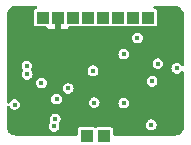
<source format=gbr>
%TF.GenerationSoftware,KiCad,Pcbnew,8.0.1-8.0.1-1~ubuntu22.04.1*%
%TF.CreationDate,2024-03-29T12:48:33+00:00*%
%TF.ProjectId,EMG_INA331,454d475f-494e-4413-9333-312e6b696361,1.0*%
%TF.SameCoordinates,Original*%
%TF.FileFunction,Copper,L2,Inr*%
%TF.FilePolarity,Positive*%
%FSLAX46Y46*%
G04 Gerber Fmt 4.6, Leading zero omitted, Abs format (unit mm)*
G04 Created by KiCad (PCBNEW 8.0.1-8.0.1-1~ubuntu22.04.1) date 2024-03-29 12:48:33*
%MOMM*%
%LPD*%
G01*
G04 APERTURE LIST*
%TA.AperFunction,ComponentPad*%
%ADD10R,1.000000X1.000000*%
%TD*%
%TA.AperFunction,ViaPad*%
%ADD11C,0.400000*%
%TD*%
G04 APERTURE END LIST*
D10*
%TO.N,/MISO*%
%TO.C,J4*%
X29365000Y-30000000D03*
%TD*%
%TO.N,/SCLK*%
%TO.C,J6*%
X31905000Y-30000000D03*
%TD*%
%TO.N,+3.3V*%
%TO.C,J1*%
X25555000Y-30000000D03*
%TD*%
%TO.N,GND*%
%TO.C,J2*%
X26825000Y-30000000D03*
%TD*%
%TO.N,/CSB*%
%TO.C,J7*%
X33175000Y-30000000D03*
%TD*%
%TO.N,unconnected-(J3-Pin_1-Pad1)*%
%TO.C,J3*%
X28095000Y-30000000D03*
%TD*%
%TO.N,/PROB-*%
%TO.C,J9*%
X30750000Y-40000000D03*
%TD*%
%TO.N,/PROB+*%
%TO.C,J10*%
X29250000Y-40000000D03*
%TD*%
%TO.N,/MOSI*%
%TO.C,J5*%
X30635000Y-30000000D03*
%TD*%
%TO.N,/extRef*%
%TO.C,J8*%
X34445000Y-30000000D03*
%TD*%
D11*
%TO.N,/OUT1*%
X35300000Y-33900000D03*
%TO.N,GND*%
X35800000Y-35000000D03*
%TO.N,/ADC2*%
X34800000Y-35400000D03*
%TO.N,/REF*%
X27700000Y-36000000D03*
%TO.N,Net-(U2--IN)*%
X26710000Y-36910000D03*
%TO.N,GND*%
X27100000Y-34300000D03*
X34200000Y-33400000D03*
X34600000Y-37236500D03*
X25600000Y-36500000D03*
X24900000Y-32300000D03*
X30400000Y-34000000D03*
%TO.N,+3.3V*%
X36900000Y-34300000D03*
%TO.N,+3.3VA*%
X24208600Y-34100000D03*
%TO.N,/CSB*%
X33560000Y-31730000D03*
%TO.N,Vref*%
X29800000Y-34500000D03*
X29900000Y-37200000D03*
%TO.N,Net-(U4--IN)*%
X32400000Y-37250000D03*
%TO.N,Net-(U5-R)*%
X32400000Y-33100000D03*
%TO.N,Net-(U1-GS)*%
X23170000Y-37370000D03*
%TO.N,/IN+*%
X26500000Y-39200000D03*
%TO.N,/IN-*%
X26600000Y-38583500D03*
%TO.N,/REF*%
X25432900Y-35532100D03*
%TO.N,/OUT_INA*%
X24225000Y-34811700D03*
%TO.N,/OUT1*%
X34727550Y-39072450D03*
%TD*%
%TA.AperFunction,Conductor*%
%TO.N,GND*%
G36*
X25039905Y-29030185D02*
G01*
X25085660Y-29082989D01*
X25095604Y-29152147D01*
X25066579Y-29215703D01*
X25007801Y-29253477D01*
X24997057Y-29256117D01*
X24957264Y-29264032D01*
X24957260Y-29264033D01*
X24874399Y-29319399D01*
X24819033Y-29402260D01*
X24819032Y-29402264D01*
X24804500Y-29475321D01*
X24804500Y-30524678D01*
X24819032Y-30597735D01*
X24819033Y-30597739D01*
X24819034Y-30597740D01*
X24874399Y-30680601D01*
X24952387Y-30732710D01*
X24957260Y-30735966D01*
X24957264Y-30735967D01*
X25030321Y-30750499D01*
X25030324Y-30750500D01*
X25825874Y-30750500D01*
X25892913Y-30770185D01*
X25925141Y-30800189D01*
X25967809Y-30857186D01*
X25967814Y-30857191D01*
X26082906Y-30943350D01*
X26082913Y-30943354D01*
X26217620Y-30993596D01*
X26217627Y-30993598D01*
X26277155Y-30999999D01*
X26277172Y-31000000D01*
X26575000Y-31000000D01*
X26575000Y-30209618D01*
X26625446Y-30260064D01*
X26699555Y-30302851D01*
X26782213Y-30325000D01*
X26867787Y-30325000D01*
X26950445Y-30302851D01*
X27024554Y-30260064D01*
X27075000Y-30209618D01*
X27075000Y-31000000D01*
X27372828Y-31000000D01*
X27372844Y-30999999D01*
X27432372Y-30993598D01*
X27432379Y-30993596D01*
X27567086Y-30943354D01*
X27567093Y-30943350D01*
X27682185Y-30857191D01*
X27682190Y-30857186D01*
X27724859Y-30800189D01*
X27780793Y-30758318D01*
X27824126Y-30750500D01*
X28619676Y-30750500D01*
X28619677Y-30750499D01*
X28636719Y-30747109D01*
X28704719Y-30733584D01*
X28705541Y-30737720D01*
X28751968Y-30732710D01*
X28755262Y-30733677D01*
X28755281Y-30733584D01*
X28840321Y-30750499D01*
X28840324Y-30750500D01*
X28840326Y-30750500D01*
X29889676Y-30750500D01*
X29889677Y-30750499D01*
X29906719Y-30747109D01*
X29974719Y-30733584D01*
X29975541Y-30737720D01*
X30021968Y-30732710D01*
X30025262Y-30733677D01*
X30025281Y-30733584D01*
X30110321Y-30750499D01*
X30110324Y-30750500D01*
X30110326Y-30750500D01*
X31159676Y-30750500D01*
X31159677Y-30750499D01*
X31176719Y-30747109D01*
X31244719Y-30733584D01*
X31245541Y-30737720D01*
X31291968Y-30732710D01*
X31295262Y-30733677D01*
X31295281Y-30733584D01*
X31380321Y-30750499D01*
X31380324Y-30750500D01*
X31380326Y-30750500D01*
X32429676Y-30750500D01*
X32429677Y-30750499D01*
X32446719Y-30747109D01*
X32514719Y-30733584D01*
X32515541Y-30737720D01*
X32561968Y-30732710D01*
X32565262Y-30733677D01*
X32565281Y-30733584D01*
X32650321Y-30750499D01*
X32650324Y-30750500D01*
X32650326Y-30750500D01*
X33699676Y-30750500D01*
X33699677Y-30750499D01*
X33716719Y-30747109D01*
X33784719Y-30733584D01*
X33785541Y-30737720D01*
X33831968Y-30732710D01*
X33835262Y-30733677D01*
X33835281Y-30733584D01*
X33920321Y-30750499D01*
X33920324Y-30750500D01*
X33920326Y-30750500D01*
X34969676Y-30750500D01*
X34969677Y-30750499D01*
X35042740Y-30735966D01*
X35125601Y-30680601D01*
X35180966Y-30597740D01*
X35195500Y-30524674D01*
X35195500Y-29475326D01*
X35195500Y-29475323D01*
X35195499Y-29475321D01*
X35180967Y-29402264D01*
X35180966Y-29402260D01*
X35145999Y-29349928D01*
X35125601Y-29319399D01*
X35070235Y-29282405D01*
X35042739Y-29264033D01*
X35042735Y-29264032D01*
X35002943Y-29256117D01*
X34941032Y-29223732D01*
X34906457Y-29163016D01*
X34910197Y-29093247D01*
X34951064Y-29036575D01*
X35016082Y-29010994D01*
X35027134Y-29010500D01*
X36743908Y-29010500D01*
X36756061Y-29011097D01*
X36765633Y-29012039D01*
X36882118Y-29023512D01*
X36905955Y-29028254D01*
X37021310Y-29063247D01*
X37043764Y-29072548D01*
X37082490Y-29093247D01*
X37150071Y-29129370D01*
X37170283Y-29142875D01*
X37263464Y-29219347D01*
X37280652Y-29236535D01*
X37357124Y-29329716D01*
X37370629Y-29349928D01*
X37427450Y-29456232D01*
X37436752Y-29478689D01*
X37471745Y-29594044D01*
X37476488Y-29617886D01*
X37488903Y-29743938D01*
X37489500Y-29756092D01*
X37489500Y-33959929D01*
X37469815Y-34026968D01*
X37417011Y-34072723D01*
X37347853Y-34082667D01*
X37284297Y-34053642D01*
X37271787Y-34041131D01*
X37198051Y-33956034D01*
X37177301Y-33942699D01*
X37089069Y-33885996D01*
X37089065Y-33885994D01*
X37089064Y-33885994D01*
X36964774Y-33849500D01*
X36964772Y-33849500D01*
X36835228Y-33849500D01*
X36835226Y-33849500D01*
X36710935Y-33885994D01*
X36710932Y-33885995D01*
X36710931Y-33885996D01*
X36659677Y-33918934D01*
X36601950Y-33956033D01*
X36517118Y-34053937D01*
X36517117Y-34053938D01*
X36463302Y-34171774D01*
X36444867Y-34300000D01*
X36463302Y-34428225D01*
X36517117Y-34546061D01*
X36517118Y-34546063D01*
X36601951Y-34643967D01*
X36710931Y-34714004D01*
X36820117Y-34746063D01*
X36835225Y-34750499D01*
X36835227Y-34750500D01*
X36835228Y-34750500D01*
X36964773Y-34750500D01*
X36964773Y-34750499D01*
X37089069Y-34714004D01*
X37198049Y-34643967D01*
X37271787Y-34558867D01*
X37330564Y-34521093D01*
X37400433Y-34521092D01*
X37459212Y-34558866D01*
X37488238Y-34622422D01*
X37489500Y-34640070D01*
X37489500Y-39243906D01*
X37488903Y-39256060D01*
X37476488Y-39382112D01*
X37471746Y-39405953D01*
X37436753Y-39521309D01*
X37427450Y-39543767D01*
X37370629Y-39650072D01*
X37357124Y-39670284D01*
X37280653Y-39763464D01*
X37263465Y-39780652D01*
X37170284Y-39857124D01*
X37150072Y-39870629D01*
X37043768Y-39927450D01*
X37021310Y-39936753D01*
X36905954Y-39971746D01*
X36882113Y-39976488D01*
X36756072Y-39988902D01*
X36743918Y-39989499D01*
X31624500Y-39989499D01*
X31557461Y-39969814D01*
X31511706Y-39917010D01*
X31500500Y-39865499D01*
X31500500Y-39475323D01*
X31500499Y-39475321D01*
X31485967Y-39402264D01*
X31485966Y-39402260D01*
X31472504Y-39382112D01*
X31430601Y-39319399D01*
X31347740Y-39264034D01*
X31347739Y-39264033D01*
X31347735Y-39264032D01*
X31274677Y-39249500D01*
X31274674Y-39249500D01*
X30225326Y-39249500D01*
X30225323Y-39249500D01*
X30152264Y-39264032D01*
X30152260Y-39264033D01*
X30068890Y-39319739D01*
X30002212Y-39340616D01*
X29934832Y-39322131D01*
X29931110Y-39319739D01*
X29847739Y-39264033D01*
X29847735Y-39264032D01*
X29774677Y-39249500D01*
X29774674Y-39249500D01*
X28725326Y-39249500D01*
X28725323Y-39249500D01*
X28652264Y-39264032D01*
X28652260Y-39264033D01*
X28569399Y-39319399D01*
X28514033Y-39402260D01*
X28514032Y-39402264D01*
X28499500Y-39475321D01*
X28499500Y-39865499D01*
X28479815Y-39932538D01*
X28427011Y-39978293D01*
X28375500Y-39989499D01*
X23256090Y-39989499D01*
X23243937Y-39988902D01*
X23117887Y-39976488D01*
X23094044Y-39971745D01*
X22978689Y-39936752D01*
X22956232Y-39927450D01*
X22849928Y-39870629D01*
X22829716Y-39857124D01*
X22736535Y-39780652D01*
X22719347Y-39763464D01*
X22642875Y-39670283D01*
X22629370Y-39650071D01*
X22572656Y-39543967D01*
X22572548Y-39543764D01*
X22563247Y-39521310D01*
X22528254Y-39405955D01*
X22523512Y-39382118D01*
X22511097Y-39256060D01*
X22510500Y-39243907D01*
X22510500Y-39200000D01*
X26044867Y-39200000D01*
X26063302Y-39328225D01*
X26103579Y-39416417D01*
X26117118Y-39446063D01*
X26201951Y-39543967D01*
X26310931Y-39614004D01*
X26435225Y-39650499D01*
X26435227Y-39650500D01*
X26435228Y-39650500D01*
X26564773Y-39650500D01*
X26564773Y-39650499D01*
X26689069Y-39614004D01*
X26798049Y-39543967D01*
X26882882Y-39446063D01*
X26936697Y-39328226D01*
X26955133Y-39200000D01*
X26936794Y-39072450D01*
X34272417Y-39072450D01*
X34290852Y-39200675D01*
X34319788Y-39264034D01*
X34344668Y-39318513D01*
X34429501Y-39416417D01*
X34538481Y-39486454D01*
X34657193Y-39521310D01*
X34662775Y-39522949D01*
X34662777Y-39522950D01*
X34662778Y-39522950D01*
X34792323Y-39522950D01*
X34792323Y-39522949D01*
X34916619Y-39486454D01*
X35025599Y-39416417D01*
X35110432Y-39318513D01*
X35164247Y-39200676D01*
X35182683Y-39072450D01*
X35164247Y-38944224D01*
X35110432Y-38826387D01*
X35025599Y-38728483D01*
X34916619Y-38658446D01*
X34916615Y-38658444D01*
X34916614Y-38658444D01*
X34792324Y-38621950D01*
X34792322Y-38621950D01*
X34662778Y-38621950D01*
X34662776Y-38621950D01*
X34538485Y-38658444D01*
X34538482Y-38658445D01*
X34538481Y-38658446D01*
X34487227Y-38691384D01*
X34429500Y-38728483D01*
X34344668Y-38826387D01*
X34344667Y-38826388D01*
X34290852Y-38944224D01*
X34272417Y-39072450D01*
X26936794Y-39072450D01*
X26936697Y-39071774D01*
X26913305Y-39020553D01*
X26903361Y-38951394D01*
X26932384Y-38887840D01*
X26982882Y-38829563D01*
X27036697Y-38711726D01*
X27055133Y-38583500D01*
X27036697Y-38455274D01*
X26982882Y-38337437D01*
X26898049Y-38239533D01*
X26789069Y-38169496D01*
X26789065Y-38169494D01*
X26789064Y-38169494D01*
X26664774Y-38133000D01*
X26664772Y-38133000D01*
X26535228Y-38133000D01*
X26535226Y-38133000D01*
X26410935Y-38169494D01*
X26410932Y-38169495D01*
X26410931Y-38169496D01*
X26359677Y-38202434D01*
X26301950Y-38239533D01*
X26217118Y-38337437D01*
X26217117Y-38337438D01*
X26163302Y-38455274D01*
X26144867Y-38583500D01*
X26163302Y-38711724D01*
X26186695Y-38762947D01*
X26196638Y-38832106D01*
X26167614Y-38895659D01*
X26117120Y-38953932D01*
X26117117Y-38953938D01*
X26063302Y-39071774D01*
X26044867Y-39200000D01*
X22510500Y-39200000D01*
X22510500Y-37580373D01*
X22530185Y-37513334D01*
X22582989Y-37467579D01*
X22652147Y-37457635D01*
X22715703Y-37486660D01*
X22747293Y-37528859D01*
X22787118Y-37616063D01*
X22871951Y-37713967D01*
X22980931Y-37784004D01*
X23105225Y-37820499D01*
X23105227Y-37820500D01*
X23105228Y-37820500D01*
X23234773Y-37820500D01*
X23234773Y-37820499D01*
X23359069Y-37784004D01*
X23468049Y-37713967D01*
X23552882Y-37616063D01*
X23606697Y-37498226D01*
X23625133Y-37370000D01*
X23606697Y-37241774D01*
X23552882Y-37123937D01*
X23468049Y-37026033D01*
X23359069Y-36955996D01*
X23359065Y-36955994D01*
X23359064Y-36955994D01*
X23234774Y-36919500D01*
X23234772Y-36919500D01*
X23105228Y-36919500D01*
X23105226Y-36919500D01*
X22980935Y-36955994D01*
X22980932Y-36955995D01*
X22980931Y-36955996D01*
X22929677Y-36988934D01*
X22871950Y-37026033D01*
X22787118Y-37123937D01*
X22787117Y-37123938D01*
X22747294Y-37211138D01*
X22701539Y-37263942D01*
X22634499Y-37283626D01*
X22567460Y-37263941D01*
X22521705Y-37211137D01*
X22510500Y-37159626D01*
X22510500Y-36910000D01*
X26254867Y-36910000D01*
X26273302Y-37038225D01*
X26312446Y-37123937D01*
X26327118Y-37156063D01*
X26411951Y-37253967D01*
X26520931Y-37324004D01*
X26645225Y-37360499D01*
X26645227Y-37360500D01*
X26645228Y-37360500D01*
X26774773Y-37360500D01*
X26774773Y-37360499D01*
X26899069Y-37324004D01*
X27008049Y-37253967D01*
X27054811Y-37200000D01*
X29444867Y-37200000D01*
X29463302Y-37328225D01*
X29517117Y-37446061D01*
X29517118Y-37446063D01*
X29601951Y-37543967D01*
X29710931Y-37614004D01*
X29835225Y-37650499D01*
X29835227Y-37650500D01*
X29835228Y-37650500D01*
X29964773Y-37650500D01*
X29964773Y-37650499D01*
X30089069Y-37614004D01*
X30198049Y-37543967D01*
X30282882Y-37446063D01*
X30336697Y-37328226D01*
X30347944Y-37250000D01*
X31944867Y-37250000D01*
X31963302Y-37378225D01*
X32012824Y-37486660D01*
X32017118Y-37496063D01*
X32101951Y-37593967D01*
X32210931Y-37664004D01*
X32335225Y-37700499D01*
X32335227Y-37700500D01*
X32335228Y-37700500D01*
X32464773Y-37700500D01*
X32464773Y-37700499D01*
X32589069Y-37664004D01*
X32698049Y-37593967D01*
X32782882Y-37496063D01*
X32836697Y-37378226D01*
X32855133Y-37250000D01*
X32836697Y-37121774D01*
X32782882Y-37003937D01*
X32698049Y-36906033D01*
X32589069Y-36835996D01*
X32589065Y-36835994D01*
X32589064Y-36835994D01*
X32464774Y-36799500D01*
X32464772Y-36799500D01*
X32335228Y-36799500D01*
X32335226Y-36799500D01*
X32210935Y-36835994D01*
X32210932Y-36835995D01*
X32210931Y-36835996D01*
X32179753Y-36856033D01*
X32101950Y-36906033D01*
X32017118Y-37003937D01*
X32017117Y-37003938D01*
X31963302Y-37121774D01*
X31944867Y-37250000D01*
X30347944Y-37250000D01*
X30355133Y-37200000D01*
X30336697Y-37071774D01*
X30282882Y-36953937D01*
X30198049Y-36856033D01*
X30089069Y-36785996D01*
X30089065Y-36785994D01*
X30089064Y-36785994D01*
X29964774Y-36749500D01*
X29964772Y-36749500D01*
X29835228Y-36749500D01*
X29835226Y-36749500D01*
X29710935Y-36785994D01*
X29710932Y-36785995D01*
X29710931Y-36785996D01*
X29659677Y-36818934D01*
X29601950Y-36856033D01*
X29517118Y-36953937D01*
X29517117Y-36953938D01*
X29463302Y-37071774D01*
X29444867Y-37200000D01*
X27054811Y-37200000D01*
X27092882Y-37156063D01*
X27146697Y-37038226D01*
X27165133Y-36910000D01*
X27146697Y-36781774D01*
X27092882Y-36663937D01*
X27008049Y-36566033D01*
X26899069Y-36495996D01*
X26899065Y-36495994D01*
X26899064Y-36495994D01*
X26774774Y-36459500D01*
X26774772Y-36459500D01*
X26645228Y-36459500D01*
X26645226Y-36459500D01*
X26520935Y-36495994D01*
X26520932Y-36495995D01*
X26520931Y-36495996D01*
X26469677Y-36528934D01*
X26411950Y-36566033D01*
X26327118Y-36663937D01*
X26327117Y-36663938D01*
X26273302Y-36781774D01*
X26254867Y-36910000D01*
X22510500Y-36910000D01*
X22510500Y-36000000D01*
X27244867Y-36000000D01*
X27263302Y-36128225D01*
X27317117Y-36246061D01*
X27317118Y-36246063D01*
X27401951Y-36343967D01*
X27510931Y-36414004D01*
X27635225Y-36450499D01*
X27635227Y-36450500D01*
X27635228Y-36450500D01*
X27764773Y-36450500D01*
X27764773Y-36450499D01*
X27889069Y-36414004D01*
X27998049Y-36343967D01*
X28082882Y-36246063D01*
X28136697Y-36128226D01*
X28155133Y-36000000D01*
X28136697Y-35871774D01*
X28082882Y-35753937D01*
X27998049Y-35656033D01*
X27889069Y-35585996D01*
X27889065Y-35585994D01*
X27889064Y-35585994D01*
X27764774Y-35549500D01*
X27764772Y-35549500D01*
X27635228Y-35549500D01*
X27635226Y-35549500D01*
X27510935Y-35585994D01*
X27510932Y-35585995D01*
X27510931Y-35585996D01*
X27459677Y-35618934D01*
X27401950Y-35656033D01*
X27317118Y-35753937D01*
X27317117Y-35753938D01*
X27263302Y-35871774D01*
X27244867Y-36000000D01*
X22510500Y-36000000D01*
X22510500Y-35532100D01*
X24977767Y-35532100D01*
X24996202Y-35660325D01*
X25034401Y-35743967D01*
X25050018Y-35778163D01*
X25134851Y-35876067D01*
X25243831Y-35946104D01*
X25368125Y-35982599D01*
X25368127Y-35982600D01*
X25368128Y-35982600D01*
X25497673Y-35982600D01*
X25497673Y-35982599D01*
X25621969Y-35946104D01*
X25730949Y-35876067D01*
X25815782Y-35778163D01*
X25869597Y-35660326D01*
X25888033Y-35532100D01*
X25869597Y-35403874D01*
X25867828Y-35400000D01*
X34344867Y-35400000D01*
X34363302Y-35528225D01*
X34389685Y-35585994D01*
X34417118Y-35646063D01*
X34501951Y-35743967D01*
X34610931Y-35814004D01*
X34735225Y-35850499D01*
X34735227Y-35850500D01*
X34735228Y-35850500D01*
X34864773Y-35850500D01*
X34864773Y-35850499D01*
X34989069Y-35814004D01*
X35098049Y-35743967D01*
X35182882Y-35646063D01*
X35236697Y-35528226D01*
X35255133Y-35400000D01*
X35236697Y-35271774D01*
X35182882Y-35153937D01*
X35098049Y-35056033D01*
X34989069Y-34985996D01*
X34989065Y-34985994D01*
X34989064Y-34985994D01*
X34864774Y-34949500D01*
X34864772Y-34949500D01*
X34735228Y-34949500D01*
X34735226Y-34949500D01*
X34610935Y-34985994D01*
X34610932Y-34985995D01*
X34610931Y-34985996D01*
X34559677Y-35018934D01*
X34501950Y-35056033D01*
X34417118Y-35153937D01*
X34417117Y-35153938D01*
X34363302Y-35271774D01*
X34344867Y-35400000D01*
X25867828Y-35400000D01*
X25815782Y-35286037D01*
X25730949Y-35188133D01*
X25621969Y-35118096D01*
X25621965Y-35118094D01*
X25621964Y-35118094D01*
X25497674Y-35081600D01*
X25497672Y-35081600D01*
X25368128Y-35081600D01*
X25368126Y-35081600D01*
X25243835Y-35118094D01*
X25243832Y-35118095D01*
X25243831Y-35118096D01*
X25192577Y-35151034D01*
X25134850Y-35188133D01*
X25050018Y-35286037D01*
X25050017Y-35286038D01*
X24996202Y-35403874D01*
X24977767Y-35532100D01*
X22510500Y-35532100D01*
X22510500Y-34100000D01*
X23753467Y-34100000D01*
X23771902Y-34228225D01*
X23783645Y-34253937D01*
X23825718Y-34346063D01*
X23858686Y-34384111D01*
X23887711Y-34447666D01*
X23877767Y-34516825D01*
X23858687Y-34546514D01*
X23842120Y-34565633D01*
X23842117Y-34565638D01*
X23788302Y-34683474D01*
X23769867Y-34811700D01*
X23788302Y-34939925D01*
X23841328Y-35056033D01*
X23842118Y-35057763D01*
X23926951Y-35155667D01*
X24035931Y-35225704D01*
X24160225Y-35262199D01*
X24160227Y-35262200D01*
X24160228Y-35262200D01*
X24289773Y-35262200D01*
X24289773Y-35262199D01*
X24414069Y-35225704D01*
X24523049Y-35155667D01*
X24607882Y-35057763D01*
X24661697Y-34939926D01*
X24680133Y-34811700D01*
X24661697Y-34683474D01*
X24607882Y-34565637D01*
X24574913Y-34527588D01*
X24562314Y-34500000D01*
X29344867Y-34500000D01*
X29363302Y-34628225D01*
X29388534Y-34683474D01*
X29417118Y-34746063D01*
X29501951Y-34843967D01*
X29610931Y-34914004D01*
X29735225Y-34950499D01*
X29735227Y-34950500D01*
X29735228Y-34950500D01*
X29864773Y-34950500D01*
X29864773Y-34950499D01*
X29989069Y-34914004D01*
X30098049Y-34843967D01*
X30182882Y-34746063D01*
X30236697Y-34628226D01*
X30255133Y-34500000D01*
X30236697Y-34371774D01*
X30182882Y-34253937D01*
X30098049Y-34156033D01*
X29989069Y-34085996D01*
X29989065Y-34085994D01*
X29989064Y-34085994D01*
X29864774Y-34049500D01*
X29864772Y-34049500D01*
X29735228Y-34049500D01*
X29735226Y-34049500D01*
X29610935Y-34085994D01*
X29610932Y-34085995D01*
X29610931Y-34085996D01*
X29559677Y-34118934D01*
X29501950Y-34156033D01*
X29417118Y-34253937D01*
X29417117Y-34253938D01*
X29363302Y-34371774D01*
X29344867Y-34500000D01*
X24562314Y-34500000D01*
X24545889Y-34464032D01*
X24555833Y-34394873D01*
X24574912Y-34365186D01*
X24591482Y-34346063D01*
X24645297Y-34228226D01*
X24663733Y-34100000D01*
X24645297Y-33971774D01*
X24612519Y-33900000D01*
X34844867Y-33900000D01*
X34863302Y-34028225D01*
X34889685Y-34085994D01*
X34917118Y-34146063D01*
X35001951Y-34243967D01*
X35110931Y-34314004D01*
X35220117Y-34346063D01*
X35235225Y-34350499D01*
X35235227Y-34350500D01*
X35235228Y-34350500D01*
X35364773Y-34350500D01*
X35364773Y-34350499D01*
X35489069Y-34314004D01*
X35598049Y-34243967D01*
X35682882Y-34146063D01*
X35736697Y-34028226D01*
X35755133Y-33900000D01*
X35736697Y-33771774D01*
X35682882Y-33653937D01*
X35598049Y-33556033D01*
X35489069Y-33485996D01*
X35489065Y-33485994D01*
X35489064Y-33485994D01*
X35364774Y-33449500D01*
X35364772Y-33449500D01*
X35235228Y-33449500D01*
X35235226Y-33449500D01*
X35110935Y-33485994D01*
X35110932Y-33485995D01*
X35110931Y-33485996D01*
X35067350Y-33514004D01*
X35001950Y-33556033D01*
X34917118Y-33653937D01*
X34917117Y-33653938D01*
X34863302Y-33771774D01*
X34844867Y-33900000D01*
X24612519Y-33900000D01*
X24591482Y-33853937D01*
X24506649Y-33756033D01*
X24397669Y-33685996D01*
X24397665Y-33685994D01*
X24397664Y-33685994D01*
X24273374Y-33649500D01*
X24273372Y-33649500D01*
X24143828Y-33649500D01*
X24143826Y-33649500D01*
X24019535Y-33685994D01*
X24019532Y-33685995D01*
X24019531Y-33685996D01*
X23968277Y-33718934D01*
X23910550Y-33756033D01*
X23825718Y-33853937D01*
X23825717Y-33853938D01*
X23771902Y-33971774D01*
X23753467Y-34100000D01*
X22510500Y-34100000D01*
X22510500Y-33100000D01*
X31944867Y-33100000D01*
X31963302Y-33228225D01*
X32017117Y-33346061D01*
X32017118Y-33346063D01*
X32101951Y-33443967D01*
X32210931Y-33514004D01*
X32335225Y-33550499D01*
X32335227Y-33550500D01*
X32335228Y-33550500D01*
X32464773Y-33550500D01*
X32464773Y-33550499D01*
X32589069Y-33514004D01*
X32698049Y-33443967D01*
X32782882Y-33346063D01*
X32836697Y-33228226D01*
X32855133Y-33100000D01*
X32836697Y-32971774D01*
X32782882Y-32853937D01*
X32698049Y-32756033D01*
X32589069Y-32685996D01*
X32589065Y-32685994D01*
X32589064Y-32685994D01*
X32464774Y-32649500D01*
X32464772Y-32649500D01*
X32335228Y-32649500D01*
X32335226Y-32649500D01*
X32210935Y-32685994D01*
X32210932Y-32685995D01*
X32210931Y-32685996D01*
X32159677Y-32718934D01*
X32101950Y-32756033D01*
X32017118Y-32853937D01*
X32017117Y-32853938D01*
X31963302Y-32971774D01*
X31944867Y-33100000D01*
X22510500Y-33100000D01*
X22510500Y-31730000D01*
X33104867Y-31730000D01*
X33123302Y-31858225D01*
X33177117Y-31976061D01*
X33177118Y-31976063D01*
X33261951Y-32073967D01*
X33370931Y-32144004D01*
X33495225Y-32180499D01*
X33495227Y-32180500D01*
X33495228Y-32180500D01*
X33624773Y-32180500D01*
X33624773Y-32180499D01*
X33749069Y-32144004D01*
X33858049Y-32073967D01*
X33942882Y-31976063D01*
X33996697Y-31858226D01*
X34015133Y-31730000D01*
X33996697Y-31601774D01*
X33942882Y-31483937D01*
X33858049Y-31386033D01*
X33749069Y-31315996D01*
X33749065Y-31315994D01*
X33749064Y-31315994D01*
X33624774Y-31279500D01*
X33624772Y-31279500D01*
X33495228Y-31279500D01*
X33495226Y-31279500D01*
X33370935Y-31315994D01*
X33370932Y-31315995D01*
X33370931Y-31315996D01*
X33319677Y-31348934D01*
X33261950Y-31386033D01*
X33177118Y-31483937D01*
X33177117Y-31483938D01*
X33123302Y-31601774D01*
X33104867Y-31730000D01*
X22510500Y-31730000D01*
X22510500Y-29756092D01*
X22511097Y-29743939D01*
X22517877Y-29675097D01*
X22523512Y-29617880D01*
X22528251Y-29594054D01*
X22563248Y-29478683D01*
X22572546Y-29456238D01*
X22629374Y-29349921D01*
X22642870Y-29329721D01*
X22719350Y-29236530D01*
X22736529Y-29219351D01*
X22829721Y-29142870D01*
X22849921Y-29129373D01*
X22956238Y-29072546D01*
X22978682Y-29063248D01*
X23094053Y-29028251D01*
X23117878Y-29023512D01*
X23226582Y-29012805D01*
X23243919Y-29011098D01*
X23256073Y-29010501D01*
X23304766Y-29010501D01*
X23304775Y-29010500D01*
X24972866Y-29010500D01*
X25039905Y-29030185D01*
G37*
%TD.AperFunction*%
%TD*%
M02*

</source>
